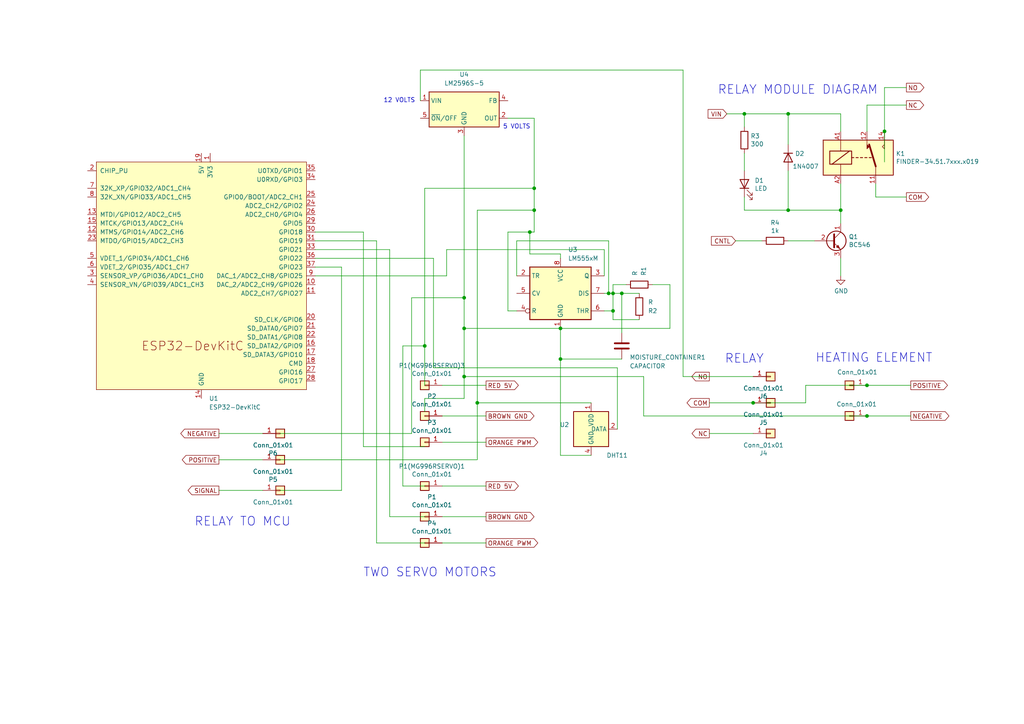
<source format=kicad_sch>
(kicad_sch (version 20231120) (generator "eeschema") (generator_version "8.0")
  (paper "A4")
  (lib_symbols
    (symbol "Connector_Generic:Conn_01x01" (pin_names (offset 1.016) hide)
      (property "Reference" "J" (at 0 2.54 0))
      (property "Value" "Conn_01x01" (at 0 -2.54 0))
      (symbol "Conn_01x01_1_1"
        (rectangle (start -1.27 0.127) (end 0 -0.127) (stroke (width 0.1524)))
        (rectangle (start -1.27 1.27) (end 1.27 -1.27) (stroke (width 0.254)) (fill (type background)))
        (pin passive line (at -5.08 0 0) (length 3.81) (name "Pin_1") (number "1"))
      )
    )
    (symbol "Device:C" (pin_numbers hide) (pin_names (offset 0.254))
      (property "Reference" "C" (at 0.635 2.54 0))
      (property "Value" "C" (at 0.635 -2.54 0))
      (symbol "C_0_1"
        (polyline (pts (xy -2.032 -0.762) (xy 2.032 -0.762)) (stroke (width 0.508)))
        (polyline (pts (xy -2.032 0.762) (xy 2.032 0.762)) (stroke (width 0.508)))
      )
      (symbol "C_1_1"
        (pin passive line (at 0 3.81 270) (length 2.794) (name "~") (number "1"))
        (pin passive line (at 0 -3.81 90) (length 2.794) (name "~") (number "2"))
      )
    )
    (symbol "Device:LED" (pin_numbers hide) (pin_names (offset 1.016) hide)
      (property "Reference" "D" (at 0 2.54 0))
      (property "Value" "LED" (at 0 -2.54 0))
      (symbol "LED_0_1"
        (polyline (pts (xy -1.27 -1.27) (xy -1.27 1.27)) (stroke (width 0.254)))
        (polyline (pts (xy -1.27 0) (xy 1.27 0)))
        (polyline (pts (xy 1.27 -1.27) (xy 1.27 1.27) (xy -1.27 0) (xy 1.27 -1.27)) (stroke (width 0.254)))
        (polyline (pts (xy -3.048 -0.762) (xy -4.572 -2.286) (xy -3.81 -2.286) (xy -4.572 -2.286) (xy -4.572 -1.524)))
        (polyline (pts (xy -1.778 -0.762) (xy -3.302 -2.286) (xy -2.54 -2.286) (xy -3.302 -2.286) (xy -3.302 -1.524)))
      )
      (symbol "LED_1_1"
        (pin passive line (at -3.81 0 0) (length 2.54) (name "K") (number "1"))
        (pin passive line (at 3.81 0 180) (length 2.54) (name "A") (number "2"))
      )
    )
    (symbol "Device:R" (pin_numbers hide) (pin_names (offset 0))
      (property "Reference" "R" (at 2.032 0 90))
      (property "Value" "R" (at 0 0 90))
      (symbol "R_0_1"
        (rectangle (start -1.016 -2.54) (end 1.016 2.54) (stroke (width 0.254)))
      )
      (symbol "R_1_1"
        (pin passive line (at 0 3.81 270) (length 1.27) (name "~") (number "1"))
        (pin passive line (at 0 -3.81 90) (length 1.27) (name "~") (number "2"))
      )
    )
    (symbol "Diode:1N4007" (pin_numbers hide) (pin_names hide)
      (property "Reference" "D" (at 0 2.54 0))
      (property "Value" "1N4007" (at 0 -2.54 0))
      (symbol "1N4007_0_1"
        (polyline (pts (xy -1.27 1.27) (xy -1.27 -1.27)) (stroke (width 0.254)))
        (polyline (pts (xy 1.27 0) (xy -1.27 0)))
        (polyline (pts (xy 1.27 1.27) (xy 1.27 -1.27) (xy -1.27 0) (xy 1.27 1.27)) (stroke (width 0.254)))
      )
      (symbol "1N4007_1_1"
        (pin passive line (at -3.81 0 0) (length 2.54) (name "K") (number "1"))
        (pin passive line (at 3.81 0 180) (length 2.54) (name "A") (number "2"))
      )
    )
    (symbol "PCM_Espressif:ESP32-DevKitC" (pin_names (offset 1.016))
      (property "Reference" "U" (at -30.48 38.1 0))
      (property "Value" "ESP32-DevKitC" (at -30.48 35.56 0))
      (symbol "ESP32-DevKitC_0_0"
        (text "ESP32-DevKitC" (at -2.54 -20.32 0) (effects (font (size 2.54 2.54))))
        (pin power_in line (at 0 -35.56 90) (length 2.54) (name "GND") (number "14"))
        (pin power_in line (at 0 35.56 270) (length 2.54) (name "5V") (number "19"))
      )
      (symbol "ESP32-DevKitC_0_1"
        (rectangle (start -30.48 33.02) (end 30.48 -33.02) (fill (type background)))
      )
      (symbol "ESP32-DevKitC_1_1"
        (pin power_in line (at 2.54 35.56 270) (length 2.54) (name "3V3") (number "1"))
        (pin bidirectional line (at 33.02 -2.54 180) (length 2.54) (name "DAC_2/ADC2_CH9/GPIO26") (number "10"))
        (pin bidirectional line (at 33.02 -5.08 180) (length 2.54) (name "ADC2_CH7/GPIO27") (number "11"))
        (pin bidirectional line (at -33.02 12.7 0) (length 2.54) (name "MTMS/GPIO14/ADC2_CH6") (number "12"))
        (pin bidirectional line (at -33.02 17.78 0) (length 2.54) (name "MTDI/GPIO12/ADC2_CH5") (number "13"))
        (pin bidirectional line (at -33.02 15.24 0) (length 2.54) (name "MTCK/GPIO13/ADC2_CH4") (number "15"))
        (pin bidirectional line (at 33.02 -20.32 180) (length 2.54) (name "SD_DATA2/GPIO9") (number "16"))
        (pin bidirectional line (at 33.02 -22.86 180) (length 2.54) (name "SD_DATA3/GPIO10") (number "17"))
        (pin bidirectional line (at 33.02 -25.4 180) (length 2.54) (name "CMD") (number "18"))
        (pin input line (at -33.02 30.48 0) (length 2.54) (name "CHIP_PU") (number "2"))
        (pin bidirectional line (at 33.02 -12.7 180) (length 2.54) (name "SD_CLK/GPIO6") (number "20"))
        (pin bidirectional line (at 33.02 -15.24 180) (length 2.54) (name "SD_DATA0/GPIO7") (number "21"))
        (pin bidirectional line (at 33.02 -17.78 180) (length 2.54) (name "SD_DATA1/GPIO8") (number "22"))
        (pin bidirectional line (at -33.02 10.16 0) (length 2.54) (name "MTDO/GPIO15/ADC2_CH3") (number "23"))
        (pin bidirectional line (at 33.02 20.32 180) (length 2.54) (name "ADC2_CH2/GPIO2") (number "24"))
        (pin bidirectional line (at 33.02 22.86 180) (length 2.54) (name "GPIO0/BOOT/ADC2_CH1") (number "25"))
        (pin bidirectional line (at 33.02 17.78 180) (length 2.54) (name "ADC2_CH0/GPIO4") (number "26"))
        (pin bidirectional line (at 33.02 -27.94 180) (length 2.54) (name "GPIO16") (number "27"))
        (pin bidirectional line (at 33.02 -30.48 180) (length 2.54) (name "GPIO17") (number "28"))
        (pin bidirectional line (at 33.02 15.24 180) (length 2.54) (name "GPIO5") (number "29"))
        (pin input line (at -33.02 0 0) (length 2.54) (name "SENSOR_VP/GPIO36/ADC1_CH0") (number "3"))
        (pin bidirectional line (at 33.02 12.7 180) (length 2.54) (name "GPIO18") (number "30"))
        (pin bidirectional line (at 33.02 10.16 180) (length 2.54) (name "GPIO19") (number "31"))
        (pin passive line (at 0 -35.56 90) (length 2.54) hide (name "GND") (number "32"))
        (pin bidirectional line (at 33.02 7.62 180) (length 2.54) (name "GPIO21") (number "33"))
        (pin bidirectional line (at 33.02 27.94 180) (length 2.54) (name "U0RXD/GPIO3") (number "34"))
        (pin bidirectional line (at 33.02 30.48 180) (length 2.54) (name "U0TXD/GPIO1") (number "35"))
        (pin bidirectional line (at 33.02 5.08 180) (length 2.54) (name "GPIO22") (number "36"))
        (pin bidirectional line (at 33.02 2.54 180) (length 2.54) (name "GPIO23") (number "37"))
        (pin passive line (at 0 -35.56 90) (length 2.54) hide (name "GND") (number "38"))
        (pin input line (at -33.02 -2.54 0) (length 2.54) (name "SENSOR_VN/GPIO39/ADC1_CH3") (number "4"))
        (pin input line (at -33.02 5.08 0) (length 2.54) (name "VDET_1/GPIO34/ADC1_CH6") (number "5"))
        (pin input line (at -33.02 2.54 0) (length 2.54) (name "VDET_2/GPIO35/ADC1_CH7") (number "6"))
        (pin bidirectional line (at -33.02 25.4 0) (length 2.54) (name "32K_XP/GPIO32/ADC1_CH4") (number "7"))
        (pin bidirectional line (at -33.02 22.86 0) (length 2.54) (name "32K_XN/GPIO33/ADC1_CH5") (number "8"))
        (pin bidirectional line (at 33.02 0 180) (length 2.54) (name "DAC_1/ADC2_CH8/GPIO25") (number "9"))
      )
    )
    (symbol "Regulator_Switching:LM2596S-5"
      (property "Reference" "U" (at -10.16 6.35 0))
      (property "Value" "LM2596S-5" (at 0 6.35 0))
      (symbol "LM2596S-5_0_1"
        (rectangle (start -10.16 5.08) (end 10.16 -5.08) (stroke (width 0.254)) (fill (type background)))
      )
      (symbol "LM2596S-5_1_1"
        (pin power_in line (at -12.7 2.54 0) (length 2.54) (name "VIN") (number "1"))
        (pin output line (at 12.7 -2.54 180) (length 2.54) (name "OUT") (number "2"))
        (pin power_in line (at 0 -7.62 90) (length 2.54) (name "GND") (number "3"))
        (pin input line (at 12.7 2.54 180) (length 2.54) (name "FB") (number "4"))
        (pin input line (at -12.7 -2.54 0) (length 2.54) (name "~{ON}/OFF") (number "5"))
      )
    )
    (symbol "Relay:FINDER-34.51.7xxx.x019"
      (property "Reference" "K" (at 11.43 3.81 0))
      (property "Value" "FINDER-34.51.7xxx.x019" (at 11.43 1.27 0))
      (symbol "FINDER-34.51.7xxx.x019_0_0"
        (polyline (pts (xy 7.62 5.08) (xy 7.62 2.54) (xy 6.985 3.175) (xy 7.62 3.81)))
      )
      (symbol "FINDER-34.51.7xxx.x019_0_1"
        (rectangle (start -10.16 5.08) (end 10.16 -5.08) (stroke (width 0.254)) (fill (type background)))
        (rectangle (start -8.255 1.905) (end -1.905 -1.905) (stroke (width 0.254)))
        (polyline (pts (xy -7.62 -1.905) (xy -2.54 1.905)) (stroke (width 0.254)))
        (polyline (pts (xy -5.08 -5.08) (xy -5.08 -1.905)))
        (polyline (pts (xy -5.08 5.08) (xy -5.08 1.905)))
        (polyline (pts (xy -1.905 0) (xy -1.27 0)) (stroke (width 0.254)))
        (polyline (pts (xy -0.635 0) (xy 0 0)) (stroke (width 0.254)))
        (polyline (pts (xy 0.635 0) (xy 1.27 0)) (stroke (width 0.254)))
        (polyline (pts (xy 1.905 0) (xy 2.54 0)) (stroke (width 0.254)))
        (polyline (pts (xy 3.175 0) (xy 3.81 0)) (stroke (width 0.254)))
        (polyline (pts (xy 5.08 -2.54) (xy 3.175 3.81)) (stroke (width 0.508)))
        (polyline (pts (xy 5.08 -2.54) (xy 5.08 -5.08)))
        (polyline (pts (xy 2.54 5.08) (xy 2.54 2.54) (xy 3.175 3.175) (xy 2.54 3.81)) (fill (type outline)))
      )
      (symbol "FINDER-34.51.7xxx.x019_1_1"
        (pin passive line (at 5.08 -7.62 90) (length 2.54) (name "~") (number "11"))
        (pin passive line (at 2.54 7.62 270) (length 2.54) (name "~") (number "12"))
        (pin passive line (at 7.62 7.62 270) (length 2.54) (name "~") (number "14"))
        (pin passive line (at -5.08 7.62 270) (length 2.54) (name "~") (number "A1"))
        (pin passive line (at -5.08 -7.62 90) (length 2.54) (name "~") (number "A2"))
      )
    )
    (symbol "Sensor:DHT11"
      (property "Reference" "U" (at -3.81 6.35 0))
      (property "Value" "DHT11" (at 3.81 6.35 0))
      (symbol "DHT11_0_1"
        (rectangle (start -5.08 5.08) (end 5.08 -5.08) (stroke (width 0.254)) (fill (type background)))
      )
      (symbol "DHT11_1_1"
        (pin power_in line (at 0 7.62 270) (length 2.54) (name "VDD") (number "1"))
        (pin bidirectional line (at 7.62 0 180) (length 2.54) (name "DATA") (number "2"))
        (pin no_connect line (at -5.08 0 0) (length 2.54) hide (name "NC") (number "3"))
        (pin power_in line (at 0 -7.62 90) (length 2.54) (name "GND") (number "4"))
      )
    )
    (symbol "Timer:LM555xM"
      (property "Reference" "U" (at -10.16 8.89 0))
      (property "Value" "LM555xM" (at 2.54 8.89 0))
      (symbol "LM555xM_0_0"
        (pin power_in line (at 0 -10.16 90) (length 2.54) (name "GND") (number "1"))
        (pin power_in line (at 0 10.16 270) (length 2.54) (name "VCC") (number "8"))
      )
      (symbol "LM555xM_0_1"
        (rectangle (start -8.89 -7.62) (end 8.89 7.62) (stroke (width 0.254)) (fill (type background)))
        (rectangle (start -8.89 -7.62) (end 8.89 7.62) (stroke (width 0.254)) (fill (type background)))
      )
      (symbol "LM555xM_1_1"
        (pin input line (at -12.7 5.08 0) (length 3.81) (name "TR") (number "2"))
        (pin output line (at 12.7 5.08 180) (length 3.81) (name "Q") (number "3"))
        (pin input inverted (at -12.7 -5.08 0) (length 3.81) (name "R") (number "4"))
        (pin input line (at -12.7 0 0) (length 3.81) (name "CV") (number "5"))
        (pin input line (at 12.7 -5.08 180) (length 3.81) (name "THR") (number "6"))
        (pin input line (at 12.7 0 180) (length 3.81) (name "DIS") (number "7"))
      )
    )
    (symbol "Transistor_BJT:BC546" (pin_names (offset 0) hide)
      (property "Reference" "Q" (at 5.08 1.905 0))
      (property "Value" "BC546" (at 5.08 0 0))
      (symbol "BC546_0_1"
        (polyline (pts (xy 0 0) (xy 0.635 0)))
        (polyline (pts (xy 0.635 0.635) (xy 2.54 2.54)))
        (polyline (pts (xy 0.635 -0.635) (xy 2.54 -2.54) (xy 2.54 -2.54)))
        (polyline (pts (xy 0.635 1.905) (xy 0.635 -1.905) (xy 0.635 -1.905)) (stroke (width 0.508)))
        (polyline (pts (xy 1.27 -1.778) (xy 1.778 -1.27) (xy 2.286 -2.286) (xy 1.27 -1.778) (xy 1.27 -1.778)) (fill (type outline)))
        (circle (center 1.27 0) (radius 2.8194) (stroke (width 0.254)))
      )
      (symbol "BC546_1_1"
        (pin passive line (at 2.54 5.08 270) (length 2.54) (name "C") (number "1"))
        (pin input line (at -5.08 0 0) (length 5.08) (name "B") (number "2"))
        (pin passive line (at 2.54 -5.08 90) (length 2.54) (name "E") (number "3"))
      )
    )
    (symbol "power:GND" (power) (pin_numbers hide) (pin_names (offset 0) hide)
      (property "Value" "GND" (at 0 -3.81 0))
      (symbol "GND_0_1"
        (polyline (pts (xy 0 0) (xy 0 -1.27) (xy 1.27 -1.27) (xy 0 -2.54) (xy -1.27 -1.27) (xy 0 -1.27)))
      )
      (symbol "GND_1_1"
        (pin power_in line (at 0 0 270) (length 0) (name "~") (number "1"))
      )
    )
  )
  (junction (at 134.62 109.22))
  (junction (at 251.46 111.76))
  (junction (at 243.84 60.96))
  (junction (at 228.6 33.02))
  (junction (at 180.34 85.09))
  (junction (at 154.94 60.96))
  (junction (at 154.94 54.61))
  (junction (at 215.9 33.02))
  (junction (at 138.43 116.84))
  (junction (at 228.6 60.96))
  (junction (at 256.54 38.1))
  (junction (at 162.56 104.14))
  (junction (at 153.67 67.31))
  (junction (at 218.44 116.84))
  (junction (at 176.53 85.09))
  (junction (at 134.62 95.25))
  (junction (at 123.19 100.33))
  (junction (at 177.8 90.17))
  (junction (at 162.56 95.25))
  (junction (at 134.62 86.36))
  (junction (at 251.46 120.65))
  (junction (at 177.8 85.09))
  (wire (pts (xy 121.92 20.32) (xy 198.12 20.32)))
  (wire (pts (xy 154.94 34.29) (xy 147.32 34.29)))
  (wire (pts (xy 243.84 64.77) (xy 243.84 60.96)))
  (wire (pts (xy 162.56 73.66) (xy 153.67 73.66)))
  (wire (pts (xy 123.19 119.38) (xy 123.19 115.57)))
  (wire (pts (xy 177.8 82.55) (xy 177.8 85.09)))
  (wire (pts (xy 186.69 120.65) (xy 186.69 109.22)))
  (wire (pts (xy 162.56 104.14) (xy 162.56 95.25)))
  (wire (pts (xy 175.26 72.39) (xy 129.54 72.39)))
  (wire (pts (xy 233.68 111.76) (xy 251.46 111.76)))
  (wire (pts (xy 228.6 33.02) (xy 243.84 33.02)))
  (wire (pts (xy 149.86 80.01) (xy 149.86 69.85)))
  (wire (pts (xy 140.97 157.48) (xy 128.27 157.48)))
  (wire (pts (xy 134.62 95.25) (xy 162.56 95.25)))
  (wire (pts (xy 154.94 34.29) (xy 154.94 54.61)))
  (wire (pts (xy 194.31 82.55) (xy 194.31 95.25)))
  (wire (pts (xy 189.23 82.55) (xy 194.31 82.55)))
  (wire (pts (xy 254 57.15) (xy 262.89 57.15)))
  (wire (pts (xy 228.6 60.96) (xy 243.84 60.96)))
  (wire (pts (xy 243.84 60.96) (xy 243.84 53.34)))
  (wire (pts (xy 154.94 67.31) (xy 153.67 67.31)))
  (wire (pts (xy 123.19 149.86) (xy 113.03 149.86)))
  (wire (pts (xy 134.62 39.37) (xy 134.62 86.36)))
  (wire (pts (xy 162.56 95.25) (xy 194.31 95.25)))
  (wire (pts (xy 81.28 133.35) (xy 138.43 133.35)))
  (wire (pts (xy 138.43 133.35) (xy 138.43 116.84)))
  (wire (pts (xy 125.73 74.93) (xy 91.44 74.93)))
  (wire (pts (xy 63.5 142.24) (xy 76.2 142.24)))
  (wire (pts (xy 109.22 69.85) (xy 91.44 69.85)))
  (wire (pts (xy 129.54 72.39) (xy 129.54 80.01)))
  (wire (pts (xy 177.8 82.55) (xy 181.61 82.55)))
  (wire (pts (xy 154.94 60.96) (xy 154.94 67.31)))
  (wire (pts (xy 153.67 67.31) (xy 153.67 73.66)))
  (wire (pts (xy 251.46 120.65) (xy 264.16 120.65)))
  (wire (pts (xy 105.41 67.31) (xy 105.41 129.54)))
  (wire (pts (xy 210.82 33.02) (xy 215.9 33.02)))
  (wire (pts (xy 134.62 95.25) (xy 134.62 109.22)))
  (wire (pts (xy 123.19 129.54) (xy 105.41 129.54)))
  (wire (pts (xy 213.36 69.85) (xy 220.98 69.85)))
  (wire (pts (xy 228.6 69.85) (xy 236.22 69.85)))
  (wire (pts (xy 154.94 54.61) (xy 154.94 60.96)))
  (wire (pts (xy 228.6 49.53) (xy 228.6 60.96)))
  (wire (pts (xy 113.03 72.39) (xy 113.03 149.86)))
  (wire (pts (xy 63.5 125.73) (xy 76.2 125.73)))
  (wire (pts (xy 116.84 100.33) (xy 123.19 100.33)))
  (wire (pts (xy 180.34 104.14) (xy 162.56 104.14)))
  (wire (pts (xy 123.19 100.33) (xy 123.19 54.61)))
  (wire (pts (xy 175.26 85.09) (xy 176.53 85.09)))
  (wire (pts (xy 121.92 29.21) (xy 121.92 20.32)))
  (wire (pts (xy 228.6 41.91) (xy 228.6 33.02)))
  (wire (pts (xy 138.43 116.84) (xy 138.43 60.96)))
  (wire (pts (xy 177.8 90.17) (xy 175.26 90.17)))
  (wire (pts (xy 198.12 109.22) (xy 218.44 109.22)))
  (wire (pts (xy 251.46 120.65) (xy 186.69 120.65)))
  (wire (pts (xy 113.03 72.39) (xy 91.44 72.39)))
  (wire (pts (xy 99.06 77.47) (xy 99.06 142.24)))
  (wire (pts (xy 233.68 111.76) (xy 233.68 116.84)))
  (wire (pts (xy 218.44 116.84) (xy 205.74 116.84)))
  (wire (pts (xy 254 53.34) (xy 254 57.15)))
  (wire (pts (xy 256.54 25.4) (xy 262.89 25.4)))
  (wire (pts (xy 176.53 85.09) (xy 177.8 85.09)))
  (wire (pts (xy 140.97 140.97) (xy 128.27 140.97)))
  (wire (pts (xy 123.19 157.48) (xy 109.22 157.48)))
  (wire (pts (xy 177.8 92.71) (xy 185.42 92.71)))
  (wire (pts (xy 109.22 157.48) (xy 109.22 69.85)))
  (wire (pts (xy 128.27 149.86) (xy 140.97 149.86)))
  (wire (pts (xy 215.9 36.83) (xy 215.9 33.02)))
  (wire (pts (xy 140.97 111.76) (xy 128.27 111.76)))
  (wire (pts (xy 149.86 69.85) (xy 176.53 69.85)))
  (wire (pts (xy 256.54 46.99) (xy 256.54 38.1)))
  (wire (pts (xy 81.28 142.24) (xy 99.06 142.24)))
  (wire (pts (xy 138.43 116.84) (xy 171.45 116.84)))
  (wire (pts (xy 205.74 125.73) (xy 218.44 125.73)))
  (wire (pts (xy 123.19 140.97) (xy 116.84 140.97)))
  (wire (pts (xy 215.9 57.15) (xy 215.9 60.96)))
  (wire (pts (xy 134.62 86.36) (xy 134.62 95.25)))
  (wire (pts (xy 215.9 44.45) (xy 215.9 49.53)))
  (wire (pts (xy 128.27 120.65) (xy 140.97 120.65)))
  (wire (pts (xy 179.07 124.46) (xy 179.07 106.68)))
  (wire (pts (xy 134.62 115.57) (xy 134.62 109.22)))
  (wire (pts (xy 180.34 85.09) (xy 180.34 96.52)))
  (wire (pts (xy 215.9 33.02) (xy 228.6 33.02)))
  (wire (pts (xy 171.45 132.08) (xy 162.56 132.08)))
  (wire (pts (xy 177.8 92.71) (xy 177.8 90.17)))
  (wire (pts (xy 251.46 30.48) (xy 251.46 38.1)))
  (wire (pts (xy 99.06 77.47) (xy 91.44 77.47)))
  (wire (pts (xy 123.19 54.61) (xy 154.94 54.61)))
  (wire (pts (xy 176.53 69.85) (xy 176.53 85.09)))
  (wire (pts (xy 147.32 67.31) (xy 153.67 67.31)))
  (wire (pts (xy 76.2 133.35) (xy 63.5 133.35)))
  (wire (pts (xy 215.9 60.96) (xy 228.6 60.96)))
  (wire (pts (xy 81.28 125.73) (xy 119.38 125.73)))
  (wire (pts (xy 251.46 111.76) (xy 264.16 111.76)))
  (wire (pts (xy 233.68 116.84) (xy 218.44 116.84)))
  (wire (pts (xy 125.73 106.68) (xy 125.73 74.93)))
  (wire (pts (xy 105.41 67.31) (xy 91.44 67.31)))
  (wire (pts (xy 186.69 109.22) (xy 134.62 109.22)))
  (wire (pts (xy 162.56 132.08) (xy 162.56 104.14)))
  (wire (pts (xy 119.38 125.73) (xy 119.38 86.36)))
  (wire (pts (xy 147.32 90.17) (xy 147.32 67.31)))
  (wire (pts (xy 243.84 74.93) (xy 243.84 80.01)))
  (wire (pts (xy 149.86 90.17) (xy 147.32 90.17)))
  (wire (pts (xy 129.54 80.01) (xy 91.44 80.01)))
  (wire (pts (xy 262.89 30.48) (xy 251.46 30.48)))
  (wire (pts (xy 138.43 60.96) (xy 154.94 60.96)))
  (wire (pts (xy 123.19 111.76) (xy 123.19 100.33)))
  (wire (pts (xy 175.26 80.01) (xy 175.26 72.39)))
  (wire (pts (xy 198.12 20.32) (xy 198.12 109.22)))
  (wire (pts (xy 119.38 86.36) (xy 134.62 86.36)))
  (wire (pts (xy 116.84 140.97) (xy 116.84 100.33)))
  (wire (pts (xy 123.19 115.57) (xy 134.62 115.57)))
  (wire (pts (xy 177.8 85.09) (xy 177.8 90.17)))
  (wire (pts (xy 179.07 106.68) (xy 125.73 106.68)))
  (wire (pts (xy 162.56 73.66) (xy 162.56 74.93)))
  (wire (pts (xy 180.34 85.09) (xy 185.42 85.09)))
  (wire (pts (xy 243.84 33.02) (xy 243.84 38.1)))
  (wire (pts (xy 256.54 25.4) (xy 256.54 38.1)))
  (wire (pts (xy 140.97 128.27) (xy 128.27 128.27)))
  (wire (pts (xy 177.8 85.09) (xy 180.34 85.09)))
  (text "12 VOLTS" (at 115.824 29.21 0) (effects (font (size 1.27 1.27))))
  (text "RELAY MODULE DIAGRAM\n\n" (at 231.394 28.194 0) (effects (font (size 2.54 2.54))))
  (text "RELAY\n" (at 215.9 104.14 0) (effects (font (size 2.54 2.54))))
  (text "TWO SERVO MOTORS\n" (at 124.714 166.116 0) (effects (font (size 2.54 2.54))))
  (text "HEATING ELEMENT" (at 253.492 103.886 0) (effects (font (size 2.54 2.54))))
  (text "RELAY TO MCU\n" (at 70.358 151.384 0) (effects (font (size 2.54 2.54))))
  (text "5 VOLTS\n" (at 149.86 36.83 0) (effects (font (size 1.27 1.27))))
  (global_label "BROWN GND" (shape output) (at 140.97 120.65 0) (property "Intersheetrefs" "${INTERSHEET_REFS}" (effects (hide yes))))
  (global_label "NC" (shape output) (at 205.74 125.73 180) (property "Intersheetrefs" "${INTERSHEET_REFS}" (effects (hide yes))))
  (global_label "POSITIVE" (shape output) (at 264.16 111.76 0) (property "Intersheetrefs" "${INTERSHEET_REFS}" (effects (hide yes))))
  (global_label "RED 5V" (shape output) (at 140.97 140.97 0) (property "Intersheetrefs" "${INTERSHEET_REFS}" (effects (hide yes))))
  (global_label "NC" (shape output) (at 262.89 30.48 0) (property "Intersheetrefs" "${INTERSHEET_REFS}" (effects (hide yes))))
  (global_label "NO" (shape output) (at 205.74 109.22 180) (property "Intersheetrefs" "${INTERSHEET_REFS}" (effects (hide yes))))
  (global_label "POSITIVE" (shape output) (at 63.5 133.35 180) (property "Intersheetrefs" "${INTERSHEET_REFS}" (effects (hide yes))))
  (global_label "COM" (shape output) (at 262.89 57.15 0) (property "Intersheetrefs" "${INTERSHEET_REFS}" (effects (hide yes))))
  (global_label "COM" (shape output) (at 205.74 116.84 180) (property "Intersheetrefs" "${INTERSHEET_REFS}" (effects (hide yes))))
  (global_label "NEGATIVE" (shape output) (at 264.16 120.65 0) (property "Intersheetrefs" "${INTERSHEET_REFS}" (effects (hide yes))))
  (global_label "ORANGE PWM" (shape output) (at 140.97 128.27 0) (property "Intersheetrefs" "${INTERSHEET_REFS}" (effects (hide yes))))
  (global_label "SIGNAL" (shape output) (at 63.5 142.24 180) (property "Intersheetrefs" "${INTERSHEET_REFS}" (effects (hide yes))))
  (global_label "NO" (shape output) (at 262.89 25.4 0) (property "Intersheetrefs" "${INTERSHEET_REFS}" (effects (hide yes))))
  (global_label "NEGATIVE" (shape output) (at 63.5 125.73 180) (property "Intersheetrefs" "${INTERSHEET_REFS}" (effects (hide yes))))
  (global_label "BROWN GND" (shape output) (at 140.97 149.86 0) (property "Intersheetrefs" "${INTERSHEET_REFS}" (effects (hide yes))))
  (global_label "CNTL" (shape input) (at 213.36 69.85 180) (property "Intersheetrefs" "${INTERSHEET_REFS}" (effects (hide yes))))
  (global_label "ORANGE PWM" (shape output) (at 140.97 157.48 0) (property "Intersheetrefs" "${INTERSHEET_REFS}" (effects (hide yes))))
  (global_label "VIN" (shape input) (at 210.82 33.02 180) (property "Intersheetrefs" "${INTERSHEET_REFS}" (effects (hide yes))))
  (global_label "RED 5V" (shape output) (at 140.97 111.76 0) (property "Intersheetrefs" "${INTERSHEET_REFS}" (effects (hide yes))))
  (symbol (lib_id "Diode:1N4007") (at 228.6 45.72 270) (unit 1)
    (property "Reference" "D2" (at 230.6066 44.5516 90) (effects (justify left)))
    (property "Value" "1N4007" (at 229.87 48.26 90) (effects (justify left)))
    (property "Footprint" "Diode_THT:D_DO-41_SOD81_P10.16mm_Horizontal" (effects (hide yes)))
    (property "Datasheet" "http://www.vishay.com/docs/88503/1n4001.pdf" (effects (hide yes)))
  )
  (symbol (lib_id "Connector_Generic:Conn_01x01") (at 246.38 111.76 180) (unit 1)
    (property "Reference" "J7" (effects (hide yes)))
    (property "Value" "Conn_01x01" (at 248.666 107.95 0))
    (property "Footprint" "Connector_PinHeader_2.54mm:PinHeader_1x01_P2.54mm_Vertical" (effects (hide yes)))
  )
  (symbol (lib_id "Connector_Generic:Conn_01x01") (at 123.19 149.86 180) (unit 1)
    (property "Reference" "P1" (at 125.2728 144.145 0))
    (property "Value" "Conn_01x01" (at 125.2728 146.4564 0))
    (property "Footprint" "Connector_PinHeader_2.54mm:PinHeader_1x01_P2.54mm_Vertical" (effects (hide yes)))
  )
  (symbol (lib_id "Device:R") (at 215.9 40.64 0) (unit 1)
    (property "Reference" "R3" (at 217.678 39.4716 0) (effects (justify left)))
    (property "Value" "300" (at 217.678 41.783 0) (effects (justify left)))
    (property "Footprint" "Resistor_SMD:R_0603_1608Metric" (effects (hide yes)))
  )
  (symbol (lib_id "Connector_Generic:Conn_01x01") (at 223.52 109.22 0) (unit 1)
    (property "Reference" "J6" (at 221.4372 114.935 0))
    (property "Value" "Conn_01x01" (at 221.4372 112.6236 0))
    (property "Footprint" "Connector_PinHeader_2.54mm:PinHeader_1x01_P2.54mm_Vertical" (effects (hide yes)))
  )
  (symbol (lib_id "Device:LED") (at 215.9 53.34 90) (unit 1)
    (property "Reference" "D1" (at 218.8718 52.3494 90) (effects (justify right)))
    (property "Value" "LED" (at 218.8718 54.6608 90) (effects (justify right)))
    (property "Footprint" "LED_THT:LED_D3.0mm" (effects (hide yes)))
  )
  (symbol (lib_id "Device:R") (at 185.42 88.9 0) (mirror x) (unit 1)
    (property "Reference" "R2" (at 187.96 90.1701 0) (effects (justify left)))
    (property "Value" "R" (at 187.96 87.6301 0) (effects (justify left)))
    (property "Description" "Resistor" (effects (hide yes)))
  )
  (symbol (lib_id "Connector_Generic:Conn_01x01") (at 123.19 128.27 180) (unit 1)
    (property "Reference" "P3" (at 125.2728 122.555 0))
    (property "Value" "Conn_01x01" (at 125.2728 124.8664 0))
    (property "Footprint" "Connector_PinHeader_2.54mm:PinHeader_1x01_P2.54mm_Vertical" (effects (hide yes)))
  )
  (symbol (lib_id "Device:C") (at 180.34 100.33 0) (unit 1)
    (property "Reference" "MOISTURE_CONTAINER1" (at 182.626 103.632 0) (effects (justify left)))
    (property "Value" "CAPACITOR" (at 182.626 106.172 0) (effects (justify left)))
    (property "Description" "Unpolarized capacitor" (effects (hide yes)))
  )
  (symbol (lib_id "Connector_Generic:Conn_01x01") (at 123.19 120.65 180) (unit 1)
    (property "Reference" "P2" (at 125.2728 114.935 0))
    (property "Value" "Conn_01x01" (at 125.2728 117.2464 0))
    (property "Footprint" "Connector_PinHeader_2.54mm:PinHeader_1x01_P2.54mm_Vertical" (effects (hide yes)))
  )
  (symbol (lib_id "Relay:FINDER-34.51.7xxx.x019") (at 248.92 45.72 0) (unit 1)
    (property "Reference" "K1" (at 259.842 44.5516 0) (effects (justify left)))
    (property "Value" "FINDER-34.51.7xxx.x019" (at 259.842 46.863 0) (effects (justify left)))
    (property "Footprint" "Relay_THT:Relay_SPDT_Finder_34.51_Horizontal" (effects (hide yes)))
    (property "Datasheet" "https://gfinder.findernet.com/public/attachments/34/EN/S34USAEN.pdf" (effects (hide yes)))
  )
  (symbol (lib_id "PCM_Espressif:ESP32-DevKitC") (at 58.42 80.01 0) (unit 1)
    (property "Reference" "U1" (at 60.6141 115.57 0) (effects (justify left)))
    (property "Value" "ESP32-DevKitC" (at 60.6141 118.11 0) (effects (justify left)))
    (property "Footprint" "PCM_Espressif:ESP32-DevKitC" (effects (hide yes)))
    (property "Datasheet" "https://docs.espressif.com/projects/esp-idf/zh_CN/latest/esp32/hw-reference/esp32/get-started-devkitc.html" (effects (hide yes)))
    (property "Description" "Development Kit" (effects (hide yes)))
  )
  (symbol (lib_id "Device:R") (at 185.42 82.55 270) (mirror x) (unit 1)
    (property "Reference" "R1" (at 186.6901 80.01 0) (effects (justify left)))
    (property "Value" "R" (at 184.1501 80.01 0) (effects (justify left)))
    (property "Description" "Resistor" (effects (hide yes)))
  )
  (symbol (lib_id "Connector_Generic:Conn_01x01") (at 81.28 125.73 0) (unit 1)
    (property "Reference" "P6" (at 79.1972 131.445 0))
    (property "Value" "Conn_01x01" (at 79.1972 129.1336 0))
    (property "Footprint" "Connector_PinHeader_2.54mm:PinHeader_1x01_P2.54mm_Vertical" (effects (hide yes)))
  )
  (symbol (lib_id "Connector_Generic:Conn_01x01") (at 123.19 140.97 180) (unit 1)
    (property "Reference" "P1(MG996RSERVO)1" (at 125.2728 135.255 0))
    (property "Value" "Conn_01x01" (at 125.2728 137.5664 0))
    (property "Footprint" "Connector_PinHeader_2.54mm:PinHeader_1x01_P2.54mm_Vertical" (effects (hide yes)))
  )
  (symbol (lib_id "Connector_Generic:Conn_01x01") (at 223.52 125.73 0) (unit 1)
    (property "Reference" "J4" (at 221.4372 131.445 0))
    (property "Value" "Conn_01x01" (at 221.4372 129.1336 0))
    (property "Footprint" "Connector_PinHeader_2.54mm:PinHeader_1x01_P2.54mm_Vertical" (effects (hide yes)))
  )
  (symbol (lib_id "Connector_Generic:Conn_01x01") (at 123.19 111.76 180) (unit 1)
    (property "Reference" "P1(MG996RSERVO)3" (at 125.2728 106.045 0))
    (property "Value" "Conn_01x01" (at 125.2728 108.3564 0))
    (property "Footprint" "Connector_PinHeader_2.54mm:PinHeader_1x01_P2.54mm_Vertical" (effects (hide yes)))
  )
  (symbol (lib_id "Connector_Generic:Conn_01x01") (at 223.52 116.84 0) (unit 1)
    (property "Reference" "J5" (at 221.4372 122.555 0))
    (property "Value" "Conn_01x01" (at 221.4372 120.2436 0))
    (property "Footprint" "Connector_PinHeader_2.54mm:PinHeader_1x01_P2.54mm_Vertical" (effects (hide yes)))
  )
  (symbol (lib_id "power:GND") (at 243.84 80.01 0) (unit 1)
    (property "Reference" "#PWR02" (effects (hide yes)))
    (property "Value" "GND" (at 243.967 84.4042 0))
  )
  (symbol (lib_id "Connector_Generic:Conn_01x01") (at 81.28 142.24 0) (unit 1)
    (property "Reference" "P1(MG996RSERVO)2" (effects (hide yes)))
    (property "Value" "Conn_01x01" (at 79.1972 145.6436 0))
    (property "Footprint" "Connector_PinHeader_2.54mm:PinHeader_1x01_P2.54mm_Vertical" (effects (hide yes)))
  )
  (symbol (lib_id "Device:R") (at 224.79 69.85 270) (unit 1)
    (property "Reference" "R4" (at 224.79 64.5922 90))
    (property "Value" "1k" (at 224.79 66.9036 90))
    (property "Footprint" "Resistor_SMD:R_0603_1608Metric" (effects (hide yes)))
  )
  (symbol (lib_id "Sensor:DHT11") (at 171.45 124.46 0) (unit 1)
    (property "Reference" "U2" (at 165.1 123.1899 0) (effects (justify right)))
    (property "Value" "DHT11" (at 182.118 132.08 0) (effects (justify right)))
    (property "Footprint" "Sensor:Aosong_DHT11_5.5x12.0_P2.54mm" (effects (hide yes)))
    (property "Datasheet" "http://akizukidenshi.com/download/ds/aosong/DHT11.pdf" (effects (hide yes)))
    (property "Description" "3.3V to 5.5V, temperature and humidity module, DHT11" (effects (hide yes)))
  )
  (symbol (lib_id "Connector_Generic:Conn_01x01") (at 123.19 157.48 180) (unit 1)
    (property "Reference" "P4" (at 125.2728 151.765 0))
    (property "Value" "Conn_01x01" (at 125.2728 154.0764 0))
    (property "Footprint" "Connector_PinHeader_2.54mm:PinHeader_1x01_P2.54mm_Vertical" (effects (hide yes)))
  )
  (symbol (lib_id "Transistor_BJT:BC546") (at 241.3 69.85 0) (unit 1)
    (property "Reference" "Q1" (at 246.1514 68.6816 0) (effects (justify left)))
    (property "Value" "BC546" (at 246.1514 70.993 0) (effects (justify left)))
    (property "Footprint" "Package_TO_SOT_THT:TO-92_Inline" (effects (hide yes)))
    (property "Datasheet" "http://www.fairchildsemi.com/ds/BC/BC547.pdf" (effects (hide yes)))
  )
  (symbol (lib_id "Timer:LM555xM") (at 162.56 85.09 0) (unit 1)
    (property "Reference" "U3" (at 164.7541 72.39 0) (effects (justify left)))
    (property "Value" "LM555xM" (at 164.7541 74.93 0) (effects (justify left)))
    (property "Footprint" "Package_SO:SOIC-8_3.9x4.9mm_P1.27mm" (effects (hide yes)))
    (property "Datasheet" "http://www.ti.com/lit/ds/symlink/lm555.pdf" (effects (hide yes)))
    (property "Description" "Timer, 555 compatible, SOIC-8" (effects (hide yes)))
  )
  (symbol (lib_id "Connector_Generic:Conn_01x01") (at 246.38 120.65 180) (unit 1)
    (property "Reference" "J8" (effects (hide yes)))
    (property "Value" "Conn_01x01" (at 248.4628 117.2464 0))
    (property "Footprint" "Connector_PinHeader_2.54mm:PinHeader_1x01_P2.54mm_Vertical" (effects (hide yes)))
  )
  (symbol (lib_id "Regulator_Switching:LM2596S-5") (at 134.62 31.75 0) (unit 1)
    (property "Reference" "U4" (at 134.62 21.59 0))
    (property "Value" "LM2596S-5" (at 134.62 24.13 0))
    (property "Footprint" "Package_TO_SOT_SMD:TO-263-5_TabPin3" (effects (hide yes)))
    (property "Datasheet" "http://www.ti.com/lit/ds/symlink/lm2596.pdf" (effects (hide yes)))
    (property "Description" "5V 3A Step-Down Voltage Regulator, TO-263" (effects (hide yes)))
  )
  (symbol (lib_id "Connector_Generic:Conn_01x01") (at 81.28 133.35 0) (unit 1)
    (property "Reference" "P5" (at 79.1972 139.065 0))
    (property "Value" "Conn_01x01" (at 79.1972 136.7536 0))
    (property "Footprint" "Connector_PinHeader_2.54mm:PinHeader_1x01_P2.54mm_Vertical" (effects (hide yes)))
  )
)
</source>
